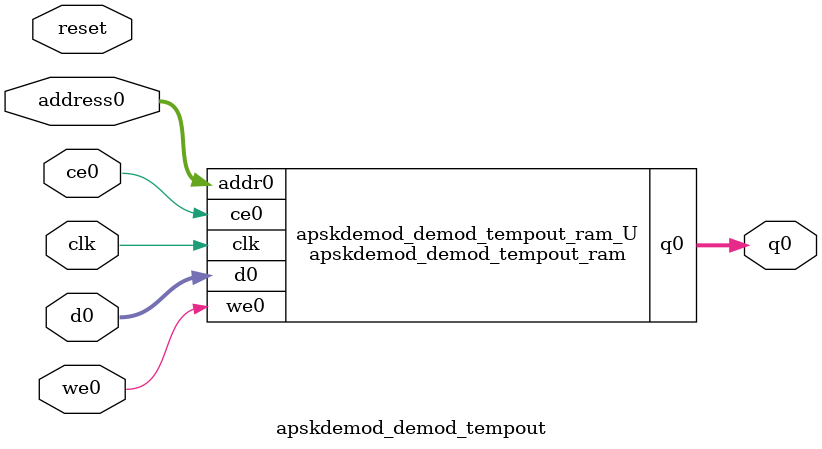
<source format=v>
`timescale 1 ns / 1 ps
module apskdemod_demod_tempout_ram (addr0, ce0, d0, we0, q0,  clk);

parameter DWIDTH = 6;
parameter AWIDTH = 9;
parameter MEM_SIZE = 340;

input[AWIDTH-1:0] addr0;
input ce0;
input[DWIDTH-1:0] d0;
input we0;
output reg[DWIDTH-1:0] q0;
input clk;

reg [DWIDTH-1:0] ram[0:MEM_SIZE-1];




always @(posedge clk)  
begin 
    if (ce0) begin
        if (we0) 
            ram[addr0] <= d0; 
        q0 <= ram[addr0];
    end
end


endmodule

`timescale 1 ns / 1 ps
module apskdemod_demod_tempout(
    reset,
    clk,
    address0,
    ce0,
    we0,
    d0,
    q0);

parameter DataWidth = 32'd6;
parameter AddressRange = 32'd340;
parameter AddressWidth = 32'd9;
input reset;
input clk;
input[AddressWidth - 1:0] address0;
input ce0;
input we0;
input[DataWidth - 1:0] d0;
output[DataWidth - 1:0] q0;



apskdemod_demod_tempout_ram apskdemod_demod_tempout_ram_U(
    .clk( clk ),
    .addr0( address0 ),
    .ce0( ce0 ),
    .we0( we0 ),
    .d0( d0 ),
    .q0( q0 ));

endmodule


</source>
